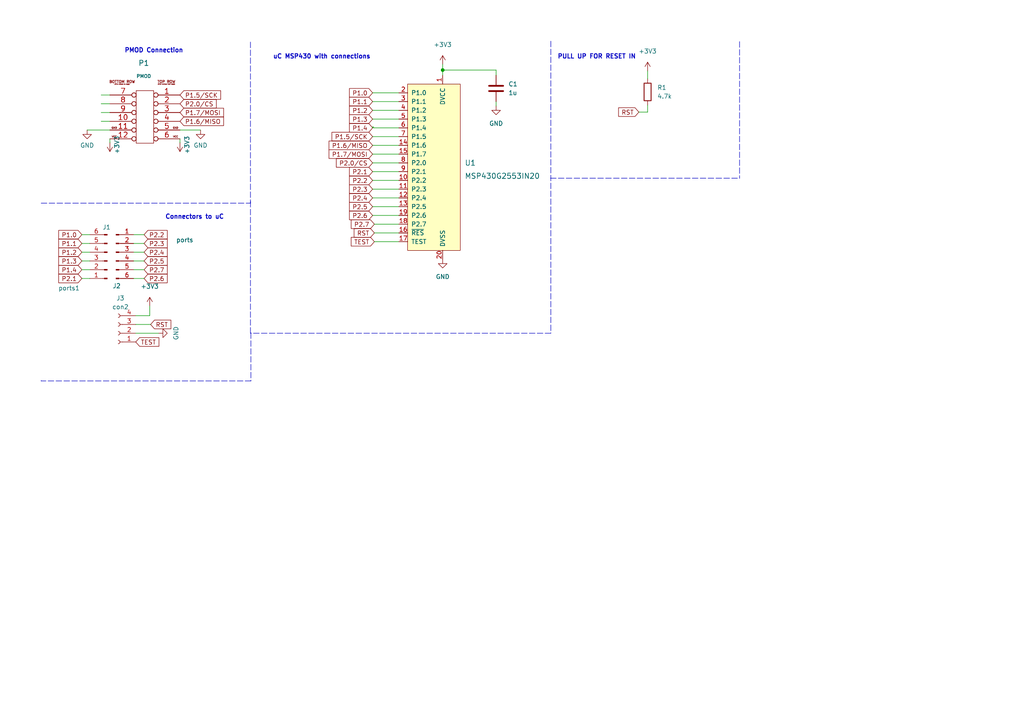
<source format=kicad_sch>
(kicad_sch (version 20211123) (generator eeschema)
  (paper "A4")
  (title_block (title "MISO/MOSI MSP430") (company "INSTITUTO TECNOLÓGICO DE MORELIA"))
  (lib_symbols
    (symbol "Connector:Conn_01x04_Female" (pin_names (offset 1.016) hide)
      (property "Reference" "J" (at 0 5.08 0))
      (property "Value" "Conn_01x04_Female" (at 0 -7.62 0))
      (symbol "Conn_01x04_Female_1_1"
        (arc (start 0 -4.572) (mid -0.508 -5.08) (end 0 -5.588) (stroke (width 0.1524)))
        (arc (start 0 -2.032) (mid -0.508 -2.54) (end 0 -3.048) (stroke (width 0.1524)))
        (polyline (pts (xy -1.27 -5.08) (xy -0.508 -5.08)) (stroke (width 0.1524)))
        (polyline (pts (xy -1.27 -2.54) (xy -0.508 -2.54)) (stroke (width 0.1524)))
        (polyline (pts (xy -1.27 0) (xy -0.508 0)) (stroke (width 0.1524)))
        (polyline (pts (xy -1.27 2.54) (xy -0.508 2.54)) (stroke (width 0.1524)))
        (arc (start 0 0.508) (mid -0.508 0) (end 0 -0.508) (stroke (width 0.1524)))
        (arc (start 0 3.048) (mid -0.508 2.54) (end 0 2.032) (stroke (width 0.1524)))
        (pin passive line (at -5.08 2.54 0) (length 3.81) (name "Pin_1") (number "1"))
        (pin passive line (at -5.08 0 0) (length 3.81) (name "Pin_2") (number "2"))
        (pin passive line (at -5.08 -2.54 0) (length 3.81) (name "Pin_3") (number "3"))
        (pin passive line (at -5.08 -5.08 0) (length 3.81) (name "Pin_4") (number "4"))
      )
    )
    (symbol "Connector:Conn_01x06_Male" (pin_names (offset 1.016) hide)
      (property "Reference" "J" (at 0 7.62 0))
      (property "Value" "Conn_01x06_Male" (at 0 -10.16 0))
      (symbol "Conn_01x06_Male_1_1"
        (polyline (pts (xy 1.27 -7.62) (xy 0.8636 -7.62)) (stroke (width 0.1524)))
        (polyline (pts (xy 1.27 -5.08) (xy 0.8636 -5.08)) (stroke (width 0.1524)))
        (polyline (pts (xy 1.27 -2.54) (xy 0.8636 -2.54)) (stroke (width 0.1524)))
        (polyline (pts (xy 1.27 0) (xy 0.8636 0)) (stroke (width 0.1524)))
        (polyline (pts (xy 1.27 2.54) (xy 0.8636 2.54)) (stroke (width 0.1524)))
        (polyline (pts (xy 1.27 5.08) (xy 0.8636 5.08)) (stroke (width 0.1524)))
        (rectangle (start 0.8636 -7.493) (end 0 -7.747) (stroke (width 0.1524)) (fill (type outline)))
        (rectangle (start 0.8636 -4.953) (end 0 -5.207) (stroke (width 0.1524)) (fill (type outline)))
        (rectangle (start 0.8636 -2.413) (end 0 -2.667) (stroke (width 0.1524)) (fill (type outline)))
        (rectangle (start 0.8636 0.127) (end 0 -0.127) (stroke (width 0.1524)) (fill (type outline)))
        (rectangle (start 0.8636 2.667) (end 0 2.413) (stroke (width 0.1524)) (fill (type outline)))
        (rectangle (start 0.8636 5.207) (end 0 4.953) (stroke (width 0.1524)) (fill (type outline)))
        (pin passive line (at 5.08 5.08 180) (length 3.81) (name "Pin_1") (number "1"))
        (pin passive line (at 5.08 2.54 180) (length 3.81) (name "Pin_2") (number "2"))
        (pin passive line (at 5.08 0 180) (length 3.81) (name "Pin_3") (number "3"))
        (pin passive line (at 5.08 -2.54 180) (length 3.81) (name "Pin_4") (number "4"))
        (pin passive line (at 5.08 -5.08 180) (length 3.81) (name "Pin_5") (number "5"))
        (pin passive line (at 5.08 -7.62 180) (length 3.81) (name "Pin_6") (number "6"))
      )
    )
    (symbol "Device:C" (pin_numbers hide) (pin_names (offset 0.254))
      (property "Reference" "C" (at 0.635 2.54 0))
      (property "Value" "C" (at 0.635 -2.54 0))
      (symbol "C_0_1"
        (polyline (pts (xy -2.032 -0.762) (xy 2.032 -0.762)) (stroke (width 0.508)))
        (polyline (pts (xy -2.032 0.762) (xy 2.032 0.762)) (stroke (width 0.508)))
      )
      (symbol "C_1_1"
        (pin passive line (at 0 3.81 270) (length 2.794) (name "~") (number "1"))
        (pin passive line (at 0 -3.81 90) (length 2.794) (name "~") (number "2"))
      )
    )
    (symbol "Device:R" (pin_numbers hide) (pin_names (offset 0))
      (property "Reference" "R" (at 2.032 0 90))
      (property "Value" "R" (at 0 0 90))
      (symbol "R_0_1"
        (rectangle (start -1.016 -2.54) (end 1.016 2.54) (stroke (width 0.254)))
      )
      (symbol "R_1_1"
        (pin passive line (at 0 3.81 270) (length 1.27) (name "~") (number "1"))
        (pin passive line (at 0 -3.81 90) (length 1.27) (name "~") (number "2"))
      )
    )
    (symbol "dk_Embedded-Microcontrollers:MSP430G2553IN20" (pin_names (offset 1.016))
      (property "Reference" "U" (at -7.62 24.13 0))
      (property "Value" "MSP430G2553IN20" (at 6.35 -1.27 90))
      (symbol "MSP430G2553IN20_0_1"
        (rectangle (start -7.62 22.86) (end 7.62 -25.4) (fill (type background)))
      )
      (symbol "MSP430G2553IN20_1_1"
        (pin power_in line (at 2.54 25.4 270) (length 2.54) (name "DVCC") (number "1"))
        (pin bidirectional line (at -10.16 -5.08 0) (length 2.54) (name "P2.2") (number "10"))
        (pin bidirectional line (at -10.16 -7.62 0) (length 2.54) (name "P2.3") (number "11"))
        (pin bidirectional line (at -10.16 -10.16 0) (length 2.54) (name "P2.4") (number "12"))
        (pin bidirectional line (at -10.16 -12.7 0) (length 2.54) (name "P2.5") (number "13"))
        (pin bidirectional line (at -10.16 5.08 0) (length 2.54) (name "P1.6") (number "14"))
        (pin bidirectional line (at -10.16 2.54 0) (length 2.54) (name "P1.7") (number "15"))
        (pin input line (at -10.16 -20.32 0) (length 2.54) (name "~{RES}") (number "16"))
        (pin input line (at -10.16 -22.86 0) (length 2.54) (name "TEST") (number "17"))
        (pin bidirectional line (at -10.16 -17.78 0) (length 2.54) (name "P2.7") (number "18"))
        (pin bidirectional line (at -10.16 -15.24 0) (length 2.54) (name "P2.6") (number "19"))
        (pin bidirectional line (at -10.16 20.32 0) (length 2.54) (name "P1.0") (number "2"))
        (pin power_in line (at 2.54 -27.94 90) (length 2.54) (name "DVSS") (number "20"))
        (pin bidirectional line (at -10.16 17.78 0) (length 2.54) (name "P1.1") (number "3"))
        (pin bidirectional line (at -10.16 15.24 0) (length 2.54) (name "P1.2") (number "4"))
        (pin bidirectional line (at -10.16 12.7 0) (length 2.54) (name "P1.3") (number "5"))
        (pin bidirectional line (at -10.16 10.16 0) (length 2.54) (name "P1.4") (number "6"))
        (pin bidirectional line (at -10.16 7.62 0) (length 2.54) (name "P1.5") (number "7"))
        (pin bidirectional line (at -10.16 0 0) (length 2.54) (name "P2.0") (number "8"))
        (pin bidirectional line (at -10.16 -2.54 0) (length 2.54) (name "P2.1") (number "9"))
      )
    )
    (symbol "pmod:PMOD-Device-x2-Type-Generic-Alt" (pin_names (offset 1.016) hide)
      (property "Reference" "P" (at 2.54 16.51 0))
      (property "Value" "PMOD-Device-x2-Type-Generic-Alt" (at 2.286 -1.016 0))
      (symbol "PMOD-Device-x2-Type-Generic-Alt_0_0"
        (text "(Pins closest to edge)" (at -4.064 17.272 0) (effects (font (size 0.254 0.254)) (justify top)))
        (text "(Pins furthest from edge)" (at 8.763 17.272 0) (effects (font (size 0.254 0.254)) (justify top)))
        (text "BOTTOM ROW" (at -4.064 18.288 0) (effects (font (size 0.762 0.762)) (justify top)))
        (text "GND" (at -6.35 4.445 0) (effects (font (size 0.508 0.508))))
        (text "GND" (at 11.43 4.445 0) (effects (font (size 0.508 0.508))))
        (text "TOP ROW" (at 8.763 18.288 0) (effects (font (size 0.762 0.762)) (justify top)))
        (text "VCC" (at -6.35 1.905 0) (effects (font (size 0.508 0.508))))
        (text "VCC" (at 11.43 1.905 0) (effects (font (size 0.508 0.508))))
      )
      (symbol "PMOD-Device-x2-Type-Generic-Alt_0_1"
        (rectangle (start 5.08 15.24) (end 0 0))
      )
      (symbol "PMOD-Device-x2-Type-Generic-Alt_1_1"
        (pin passive inverted (at 12.7 13.97 180) (length 7.62) (name "P1") (number "1"))
        (pin passive inverted (at -7.62 6.35 0) (length 7.62) (name "P10") (number "10"))
        (pin passive inverted (at -7.62 3.81 0) (length 7.62) (name "P11") (number "11"))
        (pin passive inverted (at -7.62 1.27 0) (length 7.62) (name "P12") (number "12"))
        (pin passive inverted (at 12.7 11.43 180) (length 7.62) (name "P2") (number "2"))
        (pin passive inverted (at 12.7 8.89 180) (length 7.62) (name "P3") (number "3"))
        (pin passive inverted (at 12.7 6.35 180) (length 7.62) (name "P4") (number "4"))
        (pin passive inverted (at 12.7 3.81 180) (length 7.62) (name "P5") (number "5"))
        (pin passive inverted (at 12.7 1.27 180) (length 7.62) (name "P6") (number "6"))
        (pin passive inverted (at -7.62 13.97 0) (length 7.62) (name "P7") (number "7"))
        (pin passive inverted (at -7.62 11.43 0) (length 7.62) (name "P8") (number "8"))
        (pin passive inverted (at -7.62 8.89 0) (length 7.62) (name "P9") (number "9"))
      )
    )
    (symbol "power:+3.3V" (power) (pin_names (offset 0))
      (property "Value" "+3.3V" (at 0 3.556 0))
      (symbol "+3.3V_0_1"
        (polyline (pts (xy -0.762 1.27) (xy 0 2.54)))
        (polyline (pts (xy 0 0) (xy 0 2.54)))
        (polyline (pts (xy 0 2.54) (xy 0.762 1.27)))
      )
      (symbol "+3.3V_1_1"
        (pin power_in line (at 0 0 90) (length 0) hide (name "+3V3") (number "1"))
      )
    )
    (symbol "power:GND" (power) (pin_names (offset 0))
      (property "Value" "GND" (at 0 -3.81 0))
      (symbol "GND_0_1"
        (polyline (pts (xy 0 0) (xy 0 -1.27) (xy 1.27 -1.27) (xy 0 -2.54) (xy -1.27 -1.27) (xy 0 -1.27)))
      )
      (symbol "GND_1_1"
        (pin power_in line (at 0 0 270) (length 0) hide (name "GND") (number "1"))
      )
    )
  )
  (junction (at 128.397 20.32))
  (wire (pts (xy 38.735 70.612) (xy 41.783 70.612)))
  (wire (pts (xy 108.077 47.244) (xy 115.697 47.244)))
  (wire (pts (xy 108.077 54.864) (xy 115.697 54.864)))
  (wire (pts (xy 128.397 20.32) (xy 143.891 20.32)))
  (wire (pts (xy 108.077 36.83) (xy 108.077 37.084)))
  (wire (pts (xy 108.077 26.924) (xy 115.697 26.924)))
  (wire (pts (xy 23.749 73.152) (xy 26.035 73.152)))
  (polyline (pts (xy 72.771 110.49) (xy 11.938 110.49)))
  (wire (pts (xy 108.077 42.164) (xy 115.697 42.164)))
  (wire (pts (xy 108.331 36.83) (xy 108.077 36.83)))
  (wire (pts (xy 108.585 70.104) (xy 115.697 70.104)))
  (wire (pts (xy 23.749 70.612) (xy 26.035 70.612)))
  (wire (pts (xy 108.077 29.464) (xy 115.697 29.464)))
  (wire (pts (xy 108.077 57.404) (xy 115.697 57.404)))
  (wire (pts (xy 185.293 32.512) (xy 187.833 32.512)))
  (polyline (pts (xy 159.639 51.689) (xy 214.503 51.689)))
  (wire (pts (xy 23.749 78.232) (xy 26.035 78.232)))
  (wire (pts (xy 23.749 80.772) (xy 26.035 80.772)))
  (wire (pts (xy 39.37 96.647) (xy 45.974 96.647)))
  (wire (pts (xy 128.397 20.32) (xy 128.397 21.844)))
  (wire (pts (xy 52.197 40.259) (xy 52.197 41.402)))
  (wire (pts (xy 128.397 18.669) (xy 128.397 20.32)))
  (wire (pts (xy 108.077 59.944) (xy 115.697 59.944)))
  (wire (pts (xy 108.585 67.564) (xy 115.697 67.564)))
  (wire (pts (xy 23.749 68.072) (xy 26.035 68.072)))
  (wire (pts (xy 108.077 44.704) (xy 115.697 44.704)))
  (wire (pts (xy 115.697 37.084) (xy 108.331 37.084)))
  (polyline (pts (xy 159.766 11.938) (xy 159.766 96.647)))
  (wire (pts (xy 143.891 21.844) (xy 143.891 20.32)))
  (wire (pts (xy 38.735 78.232) (xy 41.783 78.232)))
  (wire (pts (xy 52.197 37.719) (xy 58.166 37.719)))
  (wire (pts (xy 25.273 37.719) (xy 31.877 37.719)))
  (wire (pts (xy 108.331 37.084) (xy 108.331 36.83)))
  (wire (pts (xy 108.077 49.784) (xy 115.697 49.784)))
  (wire (pts (xy 187.833 30.48) (xy 187.833 32.512)))
  (wire (pts (xy 43.434 91.567) (xy 39.37 91.567)))
  (wire (pts (xy 38.735 75.692) (xy 41.783 75.692)))
  (polyline (pts (xy 72.771 96.52) (xy 72.771 110.49)))
  (wire (pts (xy 108.077 32.004) (xy 115.697 32.004)))
  (wire (pts (xy 23.749 75.692) (xy 26.035 75.692)))
  (wire (pts (xy 108.077 39.624) (xy 115.697 39.624)))
  (wire (pts (xy 108.077 34.544) (xy 115.697 34.544)))
  (wire (pts (xy 39.37 94.107) (xy 43.688 94.107)))
  (wire (pts (xy 38.735 80.772) (xy 41.783 80.772)))
  (wire (pts (xy 187.833 20.574) (xy 187.833 22.86)))
  (polyline (pts (xy 72.644 96.647) (xy 72.644 58.42)))
  (wire (pts (xy 108.585 65.024) (xy 115.697 65.024)))
  (wire (pts (xy 108.077 62.484) (xy 115.697 62.484)))
  (wire (pts (xy 29.337 27.559) (xy 31.877 27.559)))
  (polyline (pts (xy 11.938 110.363) (xy 11.938 110.49)))
  (wire (pts (xy 38.735 68.072) (xy 41.783 68.072)))
  (wire (pts (xy 108.077 52.324) (xy 115.697 52.324)))
  (polyline (pts (xy 214.503 12.065) (xy 214.503 51.689)))
  (polyline (pts (xy 11.938 58.928) (xy 72.644 58.928)))
  (wire (pts (xy 143.891 29.464) (xy 143.891 30.734)))
  (wire (pts (xy 29.337 30.099) (xy 31.877 30.099)))
  (wire (pts (xy 31.877 40.259) (xy 31.877 41.402)))
  (wire (pts (xy 38.735 73.152) (xy 41.783 73.152)))
  (wire (pts (xy 29.337 32.639) (xy 31.877 32.639)))
  (polyline (pts (xy 159.766 96.647) (xy 72.644 96.647)))
  (wire (pts (xy 43.434 88.773) (xy 43.434 91.567)))
  (polyline (pts (xy 72.644 12.192) (xy 72.644 58.928)))
  (wire (pts (xy 29.337 35.179) (xy 31.877 35.179)))
  (text "PMOD Connection\n" (at 36.068 15.494 0) (effects (font (size 1.27 1.27) bold) (justify left bottom)))
  (text "uC MSP430 with connections\n" (at 79.121 17.272 0) (effects (font (size 1.27 1.27) bold) (justify left bottom)))
  (text "PULL UP FOR RESET IN\n" (at 161.671 17.272 0) (effects (font (size 1.27 1.27) (thickness 0.254) bold) (justify left bottom)))
  (text "Connectors to uC\n" (at 47.879 63.754 0) (effects (font (size 1.27 1.27) bold) (justify left bottom)))
  (global_label "P2.2" (shape input) (at 41.783 68.072 0) (property "Intersheet References" "${INTERSHEET_REFS}" (effects hide)))
  (global_label "P1.7{slash}MOSI" (shape input) (at 52.197 32.639 0) (property "Intersheet References" "${INTERSHEET_REFS}" (effects hide)))
  (global_label "RST" (shape input) (at 108.585 67.564 180) (property "Intersheet References" "${INTERSHEET_REFS}" (effects hide)))
  (global_label "P1.1" (shape input) (at 108.077 29.464 180) (property "Intersheet References" "${INTERSHEET_REFS}" (effects hide)))
  (global_label "TEST" (shape input) (at 108.585 70.104 180) (property "Intersheet References" "${INTERSHEET_REFS}" (effects hide)))
  (global_label "P2.0{slash}CS" (shape input) (at 108.077 47.244 180) (property "Intersheet References" "${INTERSHEET_REFS}" (effects hide)))
  (global_label "P1.4" (shape input) (at 23.749 78.232 180) (property "Intersheet References" "${INTERSHEET_REFS}" (effects hide)))
  (global_label "P1.5{slash}SCK" (shape input) (at 52.197 27.559 0) (property "Intersheet References" "${INTERSHEET_REFS}" (effects hide)))
  (global_label "P1.2" (shape input) (at 108.077 32.004 180) (property "Intersheet References" "${INTERSHEET_REFS}" (effects hide)))
  (global_label "P2.5" (shape input) (at 41.783 75.692 0) (property "Intersheet References" "${INTERSHEET_REFS}" (effects hide)))
  (global_label "P1.0" (shape input) (at 23.749 68.072 180) (property "Intersheet References" "${INTERSHEET_REFS}" (effects hide)))
  (global_label "P2.3" (shape input) (at 108.077 54.864 180) (property "Intersheet References" "${INTERSHEET_REFS}" (effects hide)))
  (global_label "P2.6" (shape input) (at 41.783 80.772 0) (property "Intersheet References" "${INTERSHEET_REFS}" (effects hide)))
  (global_label "RST" (shape input) (at 185.293 32.512 180) (property "Intersheet References" "${INTERSHEET_REFS}" (effects hide)))
  (global_label "P1.6{slash}MISO" (shape input) (at 108.077 42.164 180) (property "Intersheet References" "${INTERSHEET_REFS}" (effects hide)))
  (global_label "TEST" (shape input) (at 39.37 99.187 0) (property "Intersheet References" "${INTERSHEET_REFS}" (effects hide)))
  (global_label "P2.7" (shape input) (at 41.783 78.232 0) (property "Intersheet References" "${INTERSHEET_REFS}" (effects hide)))
  (global_label "P2.3" (shape input) (at 1077.214 -162.179 0) (property "Intersheet References" "${INTERSHEET_REFS}" (effects hide)))
  (global_label "RST" (shape input) (at 43.688 94.107 0) (property "Intersheet References" "${INTERSHEET_REFS}" (effects hide)))
  (global_label "P1.3" (shape input) (at 108.077 34.544 180) (property "Intersheet References" "${INTERSHEET_REFS}" (effects hide)))
  (global_label "P2.4" (shape input) (at 108.077 57.404 180) (property "Intersheet References" "${INTERSHEET_REFS}" (effects hide)))
  (global_label "P1.1" (shape input) (at 23.749 70.612 180) (property "Intersheet References" "${INTERSHEET_REFS}" (effects hide)))
  (global_label "P1.6{slash}MISO" (shape input) (at 52.197 35.179 0) (property "Intersheet References" "${INTERSHEET_REFS}" (effects hide)))
  (global_label "P2.4" (shape input) (at 41.783 73.152 0) (property "Intersheet References" "${INTERSHEET_REFS}" (effects hide)))
  (global_label "P1.3" (shape input) (at 23.749 75.692 180) (property "Intersheet References" "${INTERSHEET_REFS}" (effects hide)))
  (global_label "P2.6" (shape input) (at 108.077 62.484 180) (property "Intersheet References" "${INTERSHEET_REFS}" (effects hide)))
  (global_label "P2.1" (shape input) (at 23.749 80.772 180) (property "Intersheet References" "${INTERSHEET_REFS}" (effects hide)))
  (global_label "P2.2" (shape input) (at 108.077 52.324 180) (property "Intersheet References" "${INTERSHEET_REFS}" (effects hide)))
  (global_label "P2.7" (shape input) (at 108.585 65.024 180) (property "Intersheet References" "${INTERSHEET_REFS}" (effects hide)))
  (global_label "P1.2" (shape input) (at 23.749 73.152 180) (property "Intersheet References" "${INTERSHEET_REFS}" (effects hide)))
  (global_label "P1.0" (shape input) (at 108.077 26.924 180) (property "Intersheet References" "${INTERSHEET_REFS}" (effects hide)))
  (global_label "P1.7{slash}MOSI" (shape input) (at 108.077 44.704 180) (property "Intersheet References" "${INTERSHEET_REFS}" (effects hide)))
  (global_label "P1.5{slash}SCK" (shape input) (at 108.077 39.624 180) (property "Intersheet References" "${INTERSHEET_REFS}" (effects hide)))
  (global_label "P2.5" (shape input) (at 108.077 59.944 180) (property "Intersheet References" "${INTERSHEET_REFS}" (effects hide)))
  (global_label "P2.0{slash}CS" (shape input) (at 52.197 30.099 0) (property "Intersheet References" "${INTERSHEET_REFS}" (effects hide)))
  (global_label "P1.4" (shape input) (at 108.077 37.084 180) (property "Intersheet References" "${INTERSHEET_REFS}" (effects hide)))
  (global_label "P2.1" (shape input) (at 108.077 49.784 180) (property "Intersheet References" "${INTERSHEET_REFS}" (effects hide)))
  (global_label "P2.3" (shape input) (at 41.783 70.612 0) (property "Intersheet References" "${INTERSHEET_REFS}" (effects hide)))
  (symbol (lib_id "Device:R") (at 187.833 26.67 0) (unit 1)
    (property "Reference" "R1" (at 190.627 25.3999 0) (effects (justify left)))
    (property "Value" "4.7k" (at 190.627 27.9399 0) (effects (justify left)))
    (property "Footprint" "Resistor_THT:R_Axial_DIN0204_L3.6mm_D1.6mm_P5.08mm_Horizontal" (effects hide))
  )
  (symbol (lib_id "Device:C") (at 143.891 25.654 0) (unit 1)
    (property "Reference" "C1" (at 147.447 24.3839 0) (effects (justify left)))
    (property "Value" "1u" (at 147.447 26.9239 0) (effects (justify left)))
    (property "Footprint" "Capacitor_THT:CP_Radial_D4.0mm_P1.50mm" (effects hide))
  )
  (symbol (lib_id "power:+3.3V") (at 43.434 88.773 0) (unit 1)
    (property "Reference" "#PWR0109" (effects hide))
    (property "Value" "+3.3V" (at 43.434 83.058 0))
  )
  (symbol (lib_id "dk_Embedded-Microcontrollers:MSP430G2553IN20") (at 125.857 47.244 0) (unit 1)
    (property "Reference" "U1" (at 134.747 47.244 0) (effects (font (size 1.524 1.524)) (justify left)))
    (property "Value" "MSP430G2553IN20" (at 134.747 51.054 0) (effects (font (size 1.524 1.524)) (justify left)))
    (property "Footprint" "digikey-footprints:DIP-20_W7.62mm" (effects hide))
    (property "Datasheet" "http://www.ti.com/general/docs/suppproductinfo.tsp?distId=10&gotoUrl=http%3A%2F%2Fwww.ti.com%2Flit%2Fgpn%2Fmsp430g2553" (effects hide))
    (property "Digi-Key_PN" "296-28429-5-ND" (effects hide))
    (property "MPN" "MSP430G2553IN20" (effects hide))
    (property "Category" "Integrated Circuits (ICs)" (effects hide))
    (property "Family" "Embedded - Microcontrollers" (effects hide))
    (property "DK_Datasheet_Link" "http://www.ti.com/general/docs/suppproductinfo.tsp?distId=10&gotoUrl=http%3A%2F%2Fwww.ti.com%2Flit%2Fgpn%2Fmsp430g2553" (effects hide))
    (property "DK_Detail_Page" "/product-detail/en/texas-instruments/MSP430G2553IN20/296-28429-5-ND/2638885" (effects hide))
    (property "Description" "IC MCU 16BIT 16KB FLASH 20DIP" (effects hide))
    (property "Manufacturer" "Texas Instruments" (effects hide))
    (property "Status" "Active" (effects hide))
  )
  (symbol (lib_id "power:+3.3V") (at 31.877 41.402 180) (unit 1)
    (property "Reference" "#PWR0105" (effects hide))
    (property "Value" "+3.3V" (at 33.909 44.704 90) (effects (justify right)))
  )
  (symbol (lib_id "power:+3.3V") (at 52.197 41.402 180) (unit 1)
    (property "Reference" "#PWR0111" (effects hide))
    (property "Value" "+3.3V" (at 54.229 44.704 90) (effects (justify right)))
  )
  (symbol (lib_id "Connector:Conn_01x06_Male") (at 31.115 75.692 180) (unit 1)
    (property "Reference" "J1" (at 29.718 65.913 0) (effects (justify right)))
    (property "Value" "ports1" (at 16.891 83.566 0) (effects (justify right)))
    (property "Footprint" "Connector_PinHeader_2.54mm:PinHeader_1x06_P2.54mm_Vertical" (effects hide))
  )
  (symbol (lib_id "power:GND") (at 25.273 37.719 0) (unit 1)
    (property "Reference" "#PWR0104" (effects hide))
    (property "Value" "GND" (at 25.273 42.164 0))
  )
  (symbol (lib_id "Connector:Conn_01x04_Female") (at 34.29 96.647 180) (unit 1)
    (property "Reference" "J3" (at 34.925 86.487 0))
    (property "Value" "con2" (at 34.925 89.027 0))
    (property "Footprint" "Connector_PinHeader_2.54mm:PinHeader_1x04_P2.54mm_Vertical" (effects hide))
  )
  (symbol (lib_id "Connector:Conn_01x06_Male") (at 33.655 73.152 0) (unit 1)
    (property "Reference" "J2" (at 35.052 82.931 0) (effects (justify right)))
    (property "Value" "ports" (at 56.134 69.596 0) (effects (justify right)))
    (property "Footprint" "Connector_PinHeader_2.54mm:PinHeader_1x06_P2.54mm_Vertical" (effects hide))
  )
  (symbol (lib_id "power:GND") (at 128.397 75.184 0) (unit 1)
    (property "Reference" "#PWR0102" (effects hide))
    (property "Value" "GND" (at 128.397 80.264 0))
  )
  (symbol (lib_id "power:+3.3V") (at 128.397 18.669 0) (unit 1)
    (property "Reference" "#PWR0101" (effects hide))
    (property "Value" "+3.3V" (at 128.397 12.954 0))
  )
  (symbol (lib_id "power:GND") (at 143.891 30.734 0) (unit 1)
    (property "Reference" "#PWR0103" (effects hide))
    (property "Value" "GND" (at 143.891 35.814 0))
  )
  (symbol (lib_id "pmod:PMOD-Device-x2-Type-Generic-Alt") (at 39.497 41.529 0) (unit 1)
    (property "Reference" "P1" (at 41.7085 18.288 0) (effects (font (size 1.524 1.524))))
    (property "Value" "PMOD" (at 41.7085 22.098 0) (effects (font (size 0.9906 0.9906))))
    (property "Footprint" "pmod-conn_6x2:pmod_pin_array_6x2" (effects hide))
  )
  (symbol (lib_id "power:+3.3V") (at 187.833 20.574 0) (unit 1)
    (property "Reference" "#PWR0106" (effects hide))
    (property "Value" "+3.3V" (at 187.833 14.859 0))
  )
  (symbol (lib_id "power:GND") (at 58.166 37.719 0) (unit 1)
    (property "Reference" "#PWR0110" (effects hide))
    (property "Value" "GND" (at 58.166 42.164 0))
  )
  (symbol (lib_id "power:GND") (at 45.974 96.647 90) (mirror x) (unit 1)
    (property "Reference" "#PWR0107" (effects hide))
    (property "Value" "GND" (at 51.054 96.647 0))
  )
)
</source>
